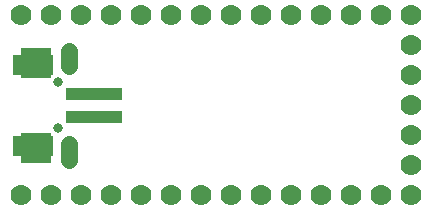
<source format=gbr>
G04 EAGLE Gerber RS-274X export*
G75*
%MOMM*%
%FSLAX34Y34*%
%LPD*%
%INSoldermask Bottom*%
%IPPOS*%
%AMOC8*
5,1,8,0,0,1.08239X$1,22.5*%
G01*
%ADD10C,0.801600*%
%ADD11R,2.601600X2.601600*%
%ADD12C,1.409600*%
%ADD13C,1.778000*%
%ADD14R,4.701600X1.101600*%
%ADD15R,3.501600X1.701600*%


D10*
X44450Y108400D03*
X44450Y69400D03*
D11*
X25450Y52900D03*
X25450Y124900D03*
D12*
X53450Y121900D02*
X53450Y134980D01*
X53450Y55900D02*
X53450Y42820D01*
D13*
X12700Y165100D03*
X38100Y165100D03*
X63500Y165100D03*
X88900Y165100D03*
X114300Y165100D03*
X139700Y165100D03*
X165100Y165100D03*
X190500Y165100D03*
X215900Y165100D03*
X241300Y165100D03*
X266700Y165100D03*
X292100Y165100D03*
X317500Y165100D03*
X342900Y165100D03*
X342900Y12700D03*
X317500Y12700D03*
X292100Y12700D03*
X266700Y12700D03*
X241300Y12700D03*
X215900Y12700D03*
X190500Y12700D03*
X165100Y12700D03*
X139700Y12700D03*
X114300Y12700D03*
X88900Y12700D03*
X63500Y12700D03*
X38100Y12700D03*
X12700Y12700D03*
X342900Y139700D03*
X342900Y114300D03*
X342900Y88900D03*
X342900Y63500D03*
X342900Y38100D03*
D14*
X75100Y98900D03*
X75100Y78900D03*
D15*
X23100Y122900D03*
X23100Y54900D03*
M02*

</source>
